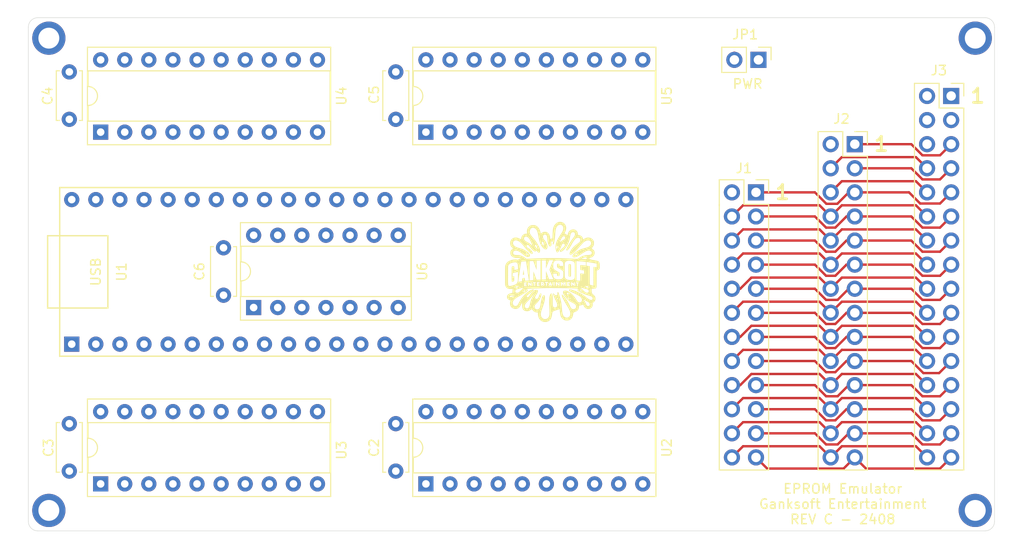
<source format=kicad_pcb>
(kicad_pcb (version 20240108) (generator "pcbnew") (generator_version "8.0")
  (title_block (title "EPROM Emulator") (date "2024-08-02") (rev "C") (company "Brian Peek"))
  (layers (0 "F.Cu" signal) (31 "B.Cu" signal) (34 "B.Paste" user) (35 "F.Paste" user) (36 "B.SilkS" user "B.Silkscreen") (37 "F.SilkS" user "F.Silkscreen") (38 "B.Mask" user) (39 "F.Mask" user) (44 "Edge.Cuts" user))
  (net 0 "")
  (net 1 "+5V")
  (net 2 "A17_5V")
  (net 3 "A14_5V")
  (net 4 "A13_5V")
  (net 5 "A8_5V")
  (net 6 "A9_5V")
  (net 7 "A11_5V")
  (net 8 "GND")
  (net 9 "A10_5V")
  (net 10 "D7_5V")
  (net 11 "D6_5V")
  (net 12 "D5_5V")
  (net 13 "D4_5V")
  (net 14 "D3_5V")
  (net 15 "D2_5V")
  (net 16 "D1_5V")
  (net 17 "D0_5V")
  (net 18 "A0_5V")
  (net 19 "A1_5V")
  (net 20 "A2_5V")
  (net 21 "A3_5V")
  (net 22 "A4_5V")
  (net 23 "A5_5V")
  (net 24 "A6_5V")
  (net 25 "A7_5V")
  (net 26 "A12_5V")
  (net 27 "A15_5V")
  (net 28 "A16_5V")
  (net 29 "A1_3V3")
  (net 30 "A16_3V3")
  (net 31 "A17_3V3")
  (net 32 "A0_3V3")
  (net 33 "+3V3")
  (net 34 "D1_3V3")
  (net 35 "D6_3V3")
  (net 36 "A14_3V3")
  (net 37 "A15_3V3")
  (net 38 "A6_3V3")
  (net 39 "A7_3V3")
  (net 40 "D2_3V3")
  (net 41 "D0_3V3")
  (net 42 "D5_3V3")
  (net 43 "D7_3V3")
  (net 44 "D4_3V3")
  (net 45 "D3_3V3")
  (net 46 "A4_3V3")
  (net 47 "A5_3V3")
  (net 48 "A9_3V3")
  (net 49 "A8_3V3")
  (net 50 "A3_3V3")
  (net 51 "A2_3V3")
  (net 52 "A12_3V3")
  (net 53 "A13_3V3")
  (net 54 "A10_3V3")
  (net 55 "A11_3V3")
  (net 56 "OE_5V")
  (net 57 "CE_5V")
  (net 69 "A19_5V")
  (net 70 "A19_3V3")
  (net 75 "A18_5V")
  (net 76 "A18_3V3")
  (net 79 "Net-(U2-CE)")
  (net 91 "Net-(J1-Pin_24)")
  (footprint "Capacitor_THT:C_Disc_D5.0mm_W2.5mm_P5.00mm" (layer "F.Cu") (at 109.728 113.284 -90)
    (property "Reference" "C3" (at 2.54 2.192 90) (layer "F.SilkS"))
    (property "Value" "0.1uf")
    (pad "1" thru_hole circle (at 0 0 270) (size 1.6 1.6) (drill 0.8) (layers "*.Cu" "*.Mask") (net 33 "+3V3"))
    (pad "2" thru_hole circle (at 5 0 270) (size 1.6 1.6) (drill 0.8) (layers "*.Cu" "*.Mask") (net 8 "GND"))
  )
  (footprint "Capacitor_THT:C_Disc_D5.0mm_W2.5mm_P5.00mm" (layer "F.Cu") (at 109.728 76.2 -90)
    (property "Reference" "C4" (at 2.54 2.286 90) (layer "F.SilkS"))
    (property "Value" "0.1uf")
    (pad "1" thru_hole circle (at 0 0 270) (size 1.6 1.6) (drill 0.8) (layers "*.Cu" "*.Mask") (net 33 "+3V3"))
    (pad "2" thru_hole circle (at 5 0 270) (size 1.6 1.6) (drill 0.8) (layers "*.Cu" "*.Mask") (net 8 "GND"))
  )
  (footprint "teensy:Teensy41" (layer "F.Cu") (at 139.192 97.282)
    (property "Reference" "U1" (at -23.9446 0 90) (layer "F.SilkS"))
    (property "Value" "Teensy4.1")
    (fp_text user "USB" (at -26.67 0 90) (layer "F.SilkS"))
    (pad "1" thru_hole rect (at -29.21 7.62) (size 1.6 1.6) (drill 0.8) (layers "*.Cu" "*.Mask") (net 8 "GND"))
    (pad "2" thru_hole circle (at -26.67 7.62) (size 1.6 1.6) (drill 0.8) (layers "*.Cu" "*.Mask"))
    (pad "3" thru_hole circle (at -24.13 7.62) (size 1.6 1.6) (drill 0.8) (layers "*.Cu" "*.Mask"))
    (pad "4" thru_hole circle (at -21.59 7.62) (size 1.6 1.6) (drill 0.8) (layers "*.Cu" "*.Mask") (net 30 "A16_3V3"))
    (pad "5" thru_hole circle (at -19.05 7.62) (size 1.6 1.6) (drill 0.8) (layers "*.Cu" "*.Mask") (net 31 "A17_3V3"))
    (pad "6" thru_hole circle (at -16.51 7.62) (size 1.6 1.6) (drill 0.8) (layers "*.Cu" "*.Mask") (net 76 "A18_3V3"))
    (pad "7" thru_hole circle (at -13.97 7.62) (size 1.6 1.6) (drill 0.8) (layers "*.Cu" "*.Mask"))
    (pad "8" thru_hole circle (at -11.43 7.62) (size 1.6 1.6) (drill 0.8) (layers "*.Cu" "*.Mask"))
    (pad "9" thru_hole circle (at -8.89 7.62) (size 1.6 1.6) (drill 0.8) (layers "*.Cu" "*.Mask") (net 42 "D5_3V3"))
    (pad "10" thru_hole circle (at -6.35 7.62) (size 1.6 1.6) (drill 0.8) (layers "*.Cu" "*.Mask") (net 44 "D4_3V3"))
    (pad "11" thru_hole circle (at -3.81 7.62) (size 1.6 1.6) (drill 0.8) (layers "*.Cu" "*.Mask"))
    (pad "12" thru_hole circle (at -1.27 7.62) (size 1.6 1.6) (drill 0.8) (layers "*.Cu" "*.Mask") (net 41 "D0_3V3"))
    (pad "13" thru_hole circle (at 1.27 7.62) (size 1.6 1.6) (drill 0.8) (layers "*.Cu" "*.Mask") (net 40 "D2_3V3"))
    (pad "14" thru_hole circle (at 3.81 7.62) (size 1.6 1.6) (drill 0.8) (layers "*.Cu" "*.Mask") (net 34 "D1_3V3"))
    (pad "15" thru_hole circle (at 6.35 7.62) (size 1.6 1.6) (drill 0.8) (layers "*.Cu" "*.Mask") (net 33 "+3V3"))
    (pad "16" thru_hole circle (at 8.89 7.62) (size 1.6 1.6) (drill 0.8) (layers "*.Cu" "*.Mask"))
    (pad "17" thru_hole circle (at 11.43 7.62) (size 1.6 1.6) (drill 0.8) (layers "*.Cu" "*.Mask"))
    (pad "18" thru_hole circle (at 13.97 7.62) (size 1.6 1.6) (drill 0.8) (layers "*.Cu" "*.Mask") (net 36 "A14_3V3"))
    (pad "19" thru_hole circle (at 16.51 7.62) (size 1.6 1.6) (drill 0.8) (layers "*.Cu" "*.Mask") (net 37 "A15_3V3"))
    (pad "20" thru_hole circle (at 19.05 7.62) (size 1.6 1.6) (drill 0.8) (layers "*.Cu" "*.Mask"))
    (pad "21" thru_hole circle (at 21.59 7.62) (size 1.6 1.6) (drill 0.8) (layers "*.Cu" "*.Mask"))
    (pad "22" thru_hole circle (at 24.13 7.62) (size 1.6 1.6) (drill 0.8) (layers "*.Cu" "*.Mask"))
    (pad "23" thru_hole circle (at 26.67 7.62) (size 1.6 1.6) (drill 0.8) (layers "*.Cu" "*.Mask"))
    (pad "24" thru_hole circle (at 29.21 7.62) (size 1.6 1.6) (drill 0.8) (layers "*.Cu" "*.Mask"))
    (pad "25" thru_hole circle (at 29.21 -7.62) (size 1.6 1.6) (drill 0.8) (layers "*.Cu" "*.Mask") (net 70 "A19_3V3"))
    (pad "26" thru_hole circle (at 26.67 -7.62) (size 1.6 1.6) (drill 0.8) (layers "*.Cu" "*.Mask"))
    (pad "27" thru_hole circle (at 24.13 -7.62) (size 1.6 1.6) (drill 0.8) (layers "*.Cu" "*.Mask"))
    (pad "28" thru_hole circle (at 21.59 -7.62) (size 1.6 1.6) (drill 0.8) (layers "*.Cu" "*.Mask") (net 35 "D6_3V3"))
    (pad "29" thru_hole circle (at 19.05 -7.62) (size 1.6 1.6) (drill 0.8) (layers "*.Cu" "*.Mask") (net 43 "D7_3V3"))
    (pad "30" thru_hole circle (at 16.51 -7.62) (size 1.6 1.6) (drill 0.8) (layers "*.Cu" "*.Mask") (net 52 "A12_3V3"))
    (pad "31" thru_hole circle (at 13.97 -7.62) (size 1.6 1.6) (drill 0.8) (layers "*.Cu" "*.Mask") (net 53 "A13_3V3"))
    (pad "32" thru_hole circle (at 11.43 -7.62) (size 1.6 1.6) (drill 0.8) (layers "*.Cu" "*.Mask") (net 46 "A4_3V3"))
    (pad "33" thru_hole circle (at 8.89 -7.62) (size 1.6 1.6) (drill 0.8) (layers "*.Cu" "*.Mask") (net 47 "A5_3V3"))
    (pad "34" thru_hole circle (at 6.35 -7.62) (size 1.6 1.6) (drill 0.8) (layers "*.Cu" "*.Mask"))
    (pad "35" thru_hole circle (at 3.81 -7.62) (size 1.6 1.6) (drill 0.8) (layers "*.Cu" "*.Mask") (net 45 "D3_3V3"))
    (pad "36" thru_hole circle (at 1.27 -7.62) (size 1.6 1.6) (drill 0.8) (layers "*.Cu" "*.Mask") (net 51 "A2_3V3"))
    (pad "37" thru_hole circle (at -1.27 -7.62) (size 1.6 1.6) (drill 0.8) (layers "*.Cu" "*.Mask") (net 50 "A3_3V3"))
    (pad "38" thru_hole circle (at -3.81 -7.62) (size 1.6 1.6) (drill 0.8) (layers "*.Cu" "*.Mask") (net 39 "A7_3V3"))
    (pad "39" thru_hole circle (at -6.35 -7.62) (size 1.6 1.6) (drill 0.8) (layers "*.Cu" "*.Mask") (net 38 "A6_3V3"))
    (pad "40" thru_hole circle (at -8.89 -7.62) (size 1.6 1.6) (drill 0.8) (layers "*.Cu" "*.Mask") (net 29 "A1_3V3"))
    (pad "41" thru_hole circle (at -11.43 -7.62) (size 1.6 1.6) (drill 0.8) (layers "*.Cu" "*.Mask") (net 32 "A0_3V3"))
    (pad "42" thru_hole circle (at -13.97 -7.62) (size 1.6 1.6) (drill 0.8) (layers "*.Cu" "*.Mask") (net 54 "A10_3V3"))
    (pad "43" thru_hole circle (at -16.51 -7.62) (size 1.6 1.6) (drill 0.8) (layers "*.Cu" "*.Mask") (net 55 "A11_3V3"))
    (pad "44" thru_hole circle (at -19.05 -7.62) (size 1.6 1.6) (drill 0.8) (layers "*.Cu" "*.Mask") (net 49 "A8_3V3"))
    (pad "45" thru_hole circle (at -21.59 -7.62) (size 1.6 1.6) (drill 0.8) (layers "*.Cu" "*.Mask") (net 48 "A9_3V3"))
    (pad "46" thru_hole circle (at -24.13 -7.62) (size 1.6 1.6) (drill 0.8) (layers "*.Cu" "*.Mask"))
    (pad "47" thru_hole circle (at -26.67 -7.62) (size 1.6 1.6) (drill 0.8) (layers "*.Cu" "*.Mask"))
    (pad "48" thru_hole circle (at -29.21 -7.62) (size 1.6 1.6) (drill 0.8) (layers "*.Cu" "*.Mask") (net 1 "+5V"))
  )
  (footprint "Capacitor_THT:C_Disc_D5.0mm_W2.5mm_P5.00mm" (layer "F.Cu") (at 144.145 76.2 -90)
    (property "Reference" "C5" (at 2.413 2.286 90) (layer "F.SilkS"))
    (property "Value" "0.1uf")
    (pad "1" thru_hole circle (at 0 0 270) (size 1.6 1.6) (drill 0.8) (layers "*.Cu" "*.Mask") (net 33 "+3V3"))
    (pad "2" thru_hole circle (at 5 0 270) (size 1.6 1.6) (drill 0.8) (layers "*.Cu" "*.Mask") (net 8 "GND"))
  )
  (footprint "Package_DIP:DIP-20_W7.62mm_Socket" (layer "F.Cu") (at 113.03 119.634 90)
    (property "Reference" "U3" (at 3.556 25.4 90) (layer "F.SilkS"))
    (property "Value" "74HC245")
    (pad "1" thru_hole rect (at 0 0 90) (size 1.6 1.6) (drill 0.8) (layers "*.Cu" "*.Mask") (net 33 "+3V3"))
    (pad "2" thru_hole oval (at 0 2.54 90) (size 1.6 1.6) (drill 0.8) (layers "*.Cu" "*.Mask") (net 28 "A16_5V"))
    (pad "3" thru_hole oval (at 0 5.08 90) (size 1.6 1.6) (drill 0.8) (layers "*.Cu" "*.Mask") (net 2 "A17_5V"))
    (pad "4" thru_hole oval (at 0 7.62 90) (size 1.6 1.6) (drill 0.8) (layers "*.Cu" "*.Mask") (net 75 "A18_5V"))
    (pad "5" thru_hole oval (at 0 10.16 90) (size 1.6 1.6) (drill 0.8) (layers "*.Cu" "*.Mask") (net 3 "A14_5V"))
    (pad "6" thru_hole oval (at 0 12.7 90) (size 1.6 1.6) (drill 0.8) (layers "*.Cu" "*.Mask") (net 27 "A15_5V"))
    (pad "7" thru_hole oval (at 0 15.24 90) (size 1.6 1.6) (drill 0.8) (layers "*.Cu" "*.Mask"))
    (pad "8" thru_hole oval (at 0 17.78 90) (size 1.6 1.6) (drill 0.8) (layers "*.Cu" "*.Mask"))
    (pad "9" thru_hole oval (at 0 20.32 90) (size 1.6 1.6) (drill 0.8) (layers "*.Cu" "*.Mask"))
    (pad "10" thru_hole oval (at 0 22.86 90) (size 1.6 1.6) (drill 0.8) (layers "*.Cu" "*.Mask") (net 8 "GND"))
    (pad "11" thru_hole oval (at 7.62 22.86 90) (size 1.6 1.6) (drill 0.8) (layers "*.Cu" "*.Mask"))
    (pad "12" thru_hole oval (at 7.62 20.32 90) (size 1.6 1.6) (drill 0.8) (layers "*.Cu" "*.Mask"))
    (pad "13" thru_hole oval (at 7.62 17.78 90) (size 1.6 1.6) (drill 0.8) (layers "*.Cu" "*.Mask"))
    (pad "14" thru_hole oval (at 7.62 15.24 90) (size 1.6 1.6) (drill 0.8) (layers "*.Cu" "*.Mask") (net 37 "A15_3V3"))
    (pad "15" thru_hole oval (at 7.62 12.7 90) (size 1.6 1.6) (drill 0.8) (layers "*.Cu" "*.Mask") (net 36 "A14_3V3"))
    (pad "16" thru_hole oval (at 7.62 10.16 90) (size 1.6 1.6) (drill 0.8) (layers "*.Cu" "*.Mask") (net 76 "A18_3V3"))
    (pad "17" thru_hole oval (at 7.62 7.62 90) (size 1.6 1.6) (drill 0.8) (layers "*.Cu" "*.Mask") (net 31 "A17_3V3"))
    (pad "18" thru_hole oval (at 7.62 5.08 90) (size 1.6 1.6) (drill 0.8) (layers "*.Cu" "*.Mask") (net 30 "A16_3V3"))
    (pad "19" thru_hole oval (at 7.62 2.54 90) (size 1.6 1.6) (drill 0.8) (layers "*.Cu" "*.Mask") (net 8 "GND"))
    (pad "20" thru_hole oval (at 7.62 0 90) (size 1.6 1.6) (drill 0.8) (layers "*.Cu" "*.Mask") (net 33 "+3V3"))
  )
  (footprint "Capacitor_THT:C_Disc_D5.0mm_W2.5mm_P5.00mm" (layer "F.Cu") (at 144.145 113.284 -90)
    (property "Reference" "C2" (at 2.54 2.286 90) (layer "F.SilkS"))
    (property "Value" "0.1uf")
    (pad "1" thru_hole circle (at 0 0 270) (size 1.6 1.6) (drill 0.8) (layers "*.Cu" "*.Mask") (net 1 "+5V"))
    (pad "2" thru_hole circle (at 5 0 270) (size 1.6 1.6) (drill 0.8) (layers "*.Cu" "*.Mask") (net 8 "GND"))
  )
  (footprint "Connector_PinHeader_2.54mm:PinHeader_2x16_P2.54mm_Vertical" (layer "F.Cu") (at 200.152 78.74)
    (property "Reference" "J3" (at 1.249 -2.688 0) (layer "F.SilkS"))
    (property "Value" "EPROM Connector")
    (pad "1" thru_hole rect (at 2.54 0) (size 1.7 1.7) (drill 1) (layers "*.Cu" "*.Mask") (net 69 "A19_5V"))
    (pad "2" thru_hole oval (at 2.54 2.54) (size 1.7 1.7) (drill 1) (layers "*.Cu" "*.Mask") (net 28 "A16_5V"))
    (pad "3" thru_hole oval (at 2.54 5.08) (size 1.7 1.7) (drill 1) (layers "*.Cu" "*.Mask") (net 27 "A15_5V"))
    (pad "4" thru_hole oval (at 2.54 7.62) (size 1.7 1.7) (drill 1) (layers "*.Cu" "*.Mask") (net 26 "A12_5V"))
    (pad "5" thru_hole oval (at 2.54 10.16) (size 1.7 1.7) (drill 1) (layers "*.Cu" "*.Mask") (net 25 "A7_5V"))
    (pad "6" thru_hole oval (at 2.54 12.7) (size 1.7 1.7) (drill 1) (layers "*.Cu" "*.Mask") (net 24 "A6_5V"))
    (pad "7" thru_hole oval (at 2.54 15.24) (size 1.7 1.7) (drill 1) (layers "*.Cu" "*.Mask") (net 23 "A5_5V"))
    (pad "8" thru_hole oval (at 2.54 17.78) (size 1.7 1.7) (drill 1) (layers "*.Cu" "*.Mask") (net 22 "A4_5V"))
    (pad "9" thru_hole oval (at 2.54 20.32) (size 1.7 1.7) (drill 1) (layers "*.Cu" "*.Mask") (net 21 "A3_5V"))
    (pad "10" thru_hole oval (at 2.54 22.86) (size 1.7 1.7) (drill 1) (layers "*.Cu" "*.Mask") (net 20 "A2_5V"))
    (pad "11" thru_hole oval (at 2.54 25.4) (size 1.7 1.7) (drill 1) (layers "*.Cu" "*.Mask") (net 19 "A1_5V"))
    (pad "12" thru_hole oval (at 2.54 27.94) (size 1.7 1.7) (drill 1) (layers "*.Cu" "*.Mask") (net 18 "A0_5V"))
    (pad "13" thru_hole oval (at 2.54 30.48) (size 1.7 1.7) (drill 1) (layers "*.Cu" "*.Mask") (net 17 "D0_5V"))
    (pad "14" thru_hole oval (at 2.54 33.02) (size 1.7 1.7) (drill 1) (layers "*.Cu" "*.Mask") (net 16 "D1_5V"))
    (pad "15" thru_hole oval (at 2.54 35.56) (size 1.7 1.7) (drill 1) (layers "*.Cu" "*.Mask") (net 15 "D2_5V"))
    (pad "16" thru_hole oval (at 2.54 38.1) (size 1.7 1.7) (drill 1) (layers "*.Cu" "*.Mask") (net 8 "GND"))
    (pad "17" thru_hole oval (at 0 38.1) (size 1.7 1.7) (drill 1) (layers "*.Cu" "*.Mask") (net 14 "D3_5V"))
    (pad "18" thru_hole oval (at 0 35.56) (size 1.7 1.7) (drill 1) (layers "*.Cu" "*.Mask") (net 13 "D4_5V"))
    (pad "19" thru_hole oval (at 0 33.02) (size 1.7 1.7) (drill 1) (layers "*.Cu" "*.Mask") (net 12 "D5_5V"))
    (pad "20" thru_hole oval (at 0 30.48) (size 1.7 1.7) (drill 1) (layers "*.Cu" "*.Mask") (net 11 "D6_5V"))
    (pad "21" thru_hole oval (at 0 27.94) (size 1.7 1.7) (drill 1) (layers "*.Cu" "*.Mask") (net 10 "D7_5V"))
    (pad "22" thru_hole oval (at 0 25.4) (size 1.7 1.7) (drill 1) (layers "*.Cu" "*.Mask") (net 57 "CE_5V"))
    (pad "23" thru_hole oval (at 0 22.86) (size 1.7 1.7) (drill 1) (layers "*.Cu" "*.Mask") (net 9 "A10_5V"))
    (pad "24" thru_hole oval (at 0 20.32) (size 1.7 1.7) (drill 1) (layers "*.Cu" "*.Mask") (net 56 "OE_5V"))
    (pad "25" thru_hole oval (at 0 17.78) (size 1.7 1.7) (drill 1) (layers "*.Cu" "*.Mask") (net 7 "A11_5V"))
    (pad "26" thru_hole oval (at 0 15.24) (size 1.7 1.7) (drill 1) (layers "*.Cu" "*.Mask") (net 6 "A9_5V"))
    (pad "27" thru_hole oval (at 0 12.7) (size 1.7 1.7) (drill 1) (layers "*.Cu" "*.Mask") (net 5 "A8_5V"))
    (pad "28" thru_hole oval (at 0 10.16) (size 1.7 1.7) (drill 1) (layers "*.Cu" "*.Mask") (net 4 "A13_5V"))
    (pad "29" thru_hole oval (at 0 7.62) (size 1.7 1.7) (drill 1) (layers "*.Cu" "*.Mask") (net 3 "A14_5V"))
    (pad "30" thru_hole oval (at 0 5.08) (size 1.7 1.7) (drill 1) (layers "*.Cu" "*.Mask") (net 2 "A17_5V"))
    (pad "31" thru_hole oval (at 0 2.54) (size 1.7 1.7) (drill 1) (layers "*.Cu" "*.Mask") (net 75 "A18_5V"))
    (pad "32" thru_hole oval (at 0 0) (size 1.7 1.7) (drill 1) (layers "*.Cu" "*.Mask") (net 91 "Net-(J1-Pin_24)"))
  )
  (footprint "Package_DIP:DIP-20_W7.62mm_Socket" (layer "F.Cu") (at 113.03 82.55 90)
    (property "Reference" "U4" (at 3.81 25.4 90) (layer "F.SilkS"))
    (property "Value" "74HC245")
    (pad "1" thru_hole rect (at 0 0 90) (size 1.6 1.6) (drill 0.8) (layers "*.Cu" "*.Mask") (net 8 "GND"))
    (pad "2" thru_hole oval (at 0 2.54 90) (size 1.6 1.6) (drill 0.8) (layers "*.Cu" "*.Mask") (net 48 "A9_3V3"))
    (pad "3" thru_hole oval (at 0 5.08 90) (size 1.6 1.6) (drill 0.8) (layers "*.Cu" "*.Mask") (net 49 "A8_3V3"))
    (pad "4" thru_hole oval (at 0 7.62 90) (size 1.6 1.6) (drill 0.8) (layers "*.Cu" "*.Mask") (net 55 "A11_3V3"))
    (pad "5" thru_hole oval (at 0 10.16 90) (size 1.6 1.6) (drill 0.8) (layers "*.Cu" "*.Mask") (net 54 "A10_3V3"))
    (pad "6" thru_hole oval (at 0 12.7 90) (size 1.6 1.6) (drill 0.8) (layers "*.Cu" "*.Mask") (net 32 "A0_3V3"))
    (pad "7" thru_hole oval (at 0 15.24 90) (size 1.6 1.6) (drill 0.8) (layers "*.Cu" "*.Mask") (net 29 "A1_3V3"))
    (pad "8" thru_hole oval (at 0 17.78 90) (size 1.6 1.6) (drill 0.8) (layers "*.Cu" "*.Mask") (net 38 "A6_3V3"))
    (pad "9" thru_hole oval (at 0 20.32 90) (size 1.6 1.6) (drill 0.8) (layers "*.Cu" "*.Mask") (net 39 "A7_3V3"))
    (pad "10" thru_hole oval (at 0 22.86 90) (size 1.6 1.6) (drill 0.8) (layers "*.Cu" "*.Mask") (net 8 "GND"))
    (pad "11" thru_hole oval (at 7.62 22.86 90) (size 1.6 1.6) (drill 0.8) (layers "*.Cu" "*.Mask") (net 25 "A7_5V"))
    (pad "12" thru_hole oval (at 7.62 20.32 90) (size 1.6 1.6) (drill 0.8) (layers "*.Cu" "*.Mask") (net 24 "A6_5V"))
    (pad "13" thru_hole oval (at 7.62 17.78 90) (size 1.6 1.6) (drill 0.8) (layers "*.Cu" "*.Mask") (net 19 "A1_5V"))
    (pad "14" thru_hole oval (at 7.62 15.24 90) (size 1.6 1.6) (drill 0.8) (layers "*.Cu" "*.Mask") (net 18 "A0_5V"))
    (pad "15" thru_hole oval (at 7.62 12.7 90) (size 1.6 1.6) (drill 0.8) (layers "*.Cu" "*.Mask") (net 9 "A10_5V"))
    (pad "16" thru_hole oval (at 7.62 10.16 90) (size 1.6 1.6) (drill 0.8) (layers "*.Cu" "*.Mask") (net 7 "A11_5V"))
    (pad "17" thru_hole oval (at 7.62 7.62 90) (size 1.6 1.6) (drill 0.8) (layers "*.Cu" "*.Mask") (net 5 "A8_5V"))
    (pad "18" thru_hole oval (at 7.62 5.08 90) (size 1.6 1.6) (drill 0.8) (layers "*.Cu" "*.Mask") (net 6 "A9_5V"))
    (pad "19" thru_hole oval (at 7.62 2.54 90) (size 1.6 1.6) (drill 0.8) (layers "*.Cu" "*.Mask") (net 8 "GND"))
    (pad "20" thru_hole oval (at 7.62 0 90) (size 1.6 1.6) (drill 0.8) (layers "*.Cu" "*.Mask") (net 33 "+3V3"))
  )
  (footprint "Package_DIP:DIP-20_W7.62mm_Socket" (layer "F.Cu") (at 147.32 82.55 90)
    (property "Reference" "U5" (at 3.81 25.4 90) (layer "F.SilkS"))
    (property "Value" "74HC245")
    (pad "1" thru_hole rect (at 0 0 90) (size 1.6 1.6) (drill 0.8) (layers "*.Cu" "*.Mask") (net 8 "GND"))
    (pad "2" thru_hole oval (at 0 2.54 90) (size 1.6 1.6) (drill 0.8) (layers "*.Cu" "*.Mask") (net 50 "A3_3V3"))
    (pad "3" thru_hole oval (at 0 5.08 90) (size 1.6 1.6) (drill 0.8) (layers "*.Cu" "*.Mask") (net 51 "A2_3V3"))
    (pad "4" thru_hole oval (at 0 7.62 90) (size 1.6 1.6) (drill 0.8) (layers "*.Cu" "*.Mask") (net 47 "A5_3V3"))
    (pad "5" thru_hole oval (at 0 10.16 90) (size 1.6 1.6) (drill 0.8) (layers "*.Cu" "*.Mask") (net 46 "A4_3V3"))
    (pad "6" thru_hole oval (at 0 12.7 90) (size 1.6 1.6) (drill 0.8) (layers "*.Cu" "*.Mask") (net 53 "A13_3V3"))
    (pad "7" thru_hole oval (at 0 15.24 90) (size 1.6 1.6) (drill 0.8) (layers "*.Cu" "*.Mask") (net 52 "A12_3V3"))
    (pad "8" thru_hole oval (at 0 17.78 90) (size 1.6 1.6) (drill 0.8) (layers "*.Cu" "*.Mask") (net 70 "A19_3V3"))
    (pad "9" thru_hole oval (at 0 20.32 90) (size 1.6 1.6) (drill 0.8) (layers "*.Cu" "*.Mask"))
    (pad "10" thru_hole oval (at 0 22.86 90) (size 1.6 1.6) (drill 0.8) (layers "*.Cu" "*.Mask") (net 8 "GND"))
    (pad "11" thru_hole oval (at 7.62 22.86 90) (size 1.6 1.6) (drill 0.8) (layers "*.Cu" "*.Mask"))
    (pad "12" thru_hole oval (at 7.62 20.32 90) (size 1.6 1.6) (drill 0.8) (layers "*.Cu" "*.Mask") (net 69 "A19_5V"))
    (pad "13" thru_hole oval (at 7.62 17.78 90) (size 1.6 1.6) (drill 0.8) (layers "*.Cu" "*.Mask") (net 26 "A12_5V"))
    (pad "14" thru_hole oval (at 7.62 15.24 90) (size 1.6 1.6) (drill 0.8) (layers "*.Cu" "*.Mask") (net 4 "A13_5V"))
    (pad "15" thru_hole oval (at 7.62 12.7 90) (size 1.6 1.6) (drill 0.8) (layers "*.Cu" "*.Mask") (net 22 "A4_5V"))
    (pad "16" thru_hole oval (at 7.62 10.16 90) (size 1.6 1.6) (drill 0.8) (layers "*.Cu" "*.Mask") (net 23 "A5_5V"))
    (pad "17" thru_hole oval (at 7.62 7.62 90) (size 1.6 1.6) (drill 0.8) (layers "*.Cu" "*.Mask") (net 20 "A2_5V"))
    (pad "18" thru_hole oval (at 7.62 5.08 90) (size 1.6 1.6) (drill 0.8) (layers "*.Cu" "*.Mask") (net 21 "A3_5V"))
    (pad "19" thru_hole oval (at 7.62 2.54 90) (size 1.6 1.6) (drill 0.8) (layers "*.Cu" "*.Mask") (net 8 "GND"))
    (pad "20" thru_hole oval (at 7.62 0 90) (size 1.6 1.6) (drill 0.8) (layers "*.Cu" "*.Mask") (net 33 "+3V3"))
  )
  (footprint "Package_DIP:DIP-20_W7.62mm_Socket" (layer "F.Cu") (at 147.32 119.634 90)
    (property "Reference" "U2" (at 3.81 25.4 90) (layer "F.SilkS"))
    (property "Value" "74HC245")
    (pad "1" thru_hole rect (at 0 0 90) (size 1.6 1.6) (drill 0.8) (layers "*.Cu" "*.Mask") (net 8 "GND"))
    (pad "2" thru_hole oval (at 0 2.54 90) (size 1.6 1.6) (drill 0.8) (layers "*.Cu" "*.Mask") (net 12 "D5_5V"))
    (pad "3" thru_hole oval (at 0 5.08 90) (size 1.6 1.6) (drill 0.8) (layers "*.Cu" "*.Mask") (net 13 "D4_5V"))
    (pad "4" thru_hole oval (at 0 7.62 90) (size 1.6 1.6) (drill 0.8) (layers "*.Cu" "*.Mask") (net 17 "D0_5V"))
    (pad "5" thru_hole oval (at 0 10.16 90) (size 1.6 1.6) (drill 0.8) (layers "*.Cu" "*.Mask") (net 15 "D2_5V"))
    (pad "6" thru_hole oval (at 0 12.7 90) (size 1.6 1.6) (drill 0.8) (layers "*.Cu" "*.Mask") (net 16 "D1_5V"))
    (pad "7" thru_hole oval (at 0 15.24 90) (size 1.6 1.6) (drill 0.8) (layers "*.Cu" "*.Mask") (net 14 "D3_5V"))
    (pad "8" thru_hole oval (at 0 17.78 90) (size 1.6 1.6) (drill 0.8) (layers "*.Cu" "*.Mask") (net 10 "D7_5V"))
    (pad "9" thru_hole oval (at 0 20.32 90) (size 1.6 1.6) (drill 0.8) (layers "*.Cu" "*.Mask") (net 11 "D6_5V"))
    (pad "10" thru_hole oval (at 0 22.86 90) (size 1.6 1.6) (drill 0.8) (layers "*.Cu" "*.Mask") (net 8 "GND"))
    (pad "11" thru_hole oval (at 7.62 22.86 90) (size 1.6 1.6) (drill 0.8) (layers "*.Cu" "*.Mask") (net 35 "D6_3V3"))
    (pad "12" thru_hole oval (at 7.62 20.32 90) (size 1.6 1.6) (drill 0.8) (layers "*.Cu" "*.Mask") (net 43 "D7_3V3"))
    (pad "13" thru_hole oval (at 7.62 17.78 90) (size 1.6 1.6) (drill 0.8) (layers "*.Cu" "*.Mask") (net 45 "D3_3V3"))
    (pad "14" thru_hole oval (at 7.62 15.24 90) (size 1.6 1.6) (drill 0.8) (layers "*.Cu" "*.Mask") (net 34 "D1_3V3"))
    (pad "15" thru_hole oval (at 7.62 12.7 90) (size 1.6 1.6) (drill 0.8) (layers "*.Cu" "*.Mask") (net 40 "D2_3V3"))
    (pad "16" thru_hole oval (at 7.62 10.16 90) (size 1.6 1.6) (drill 0.8) (layers "*.Cu" "*.Mask") (net 41 "D0_3V3"))
    (pad "17" thru_hole oval (at 7.62 7.62 90) (size 1.6 1.6) (drill 0.8) (layers "*.Cu" "*.Mask") (net 44 "D4_3V3"))
    (pad "18" thru_hole oval (at 7.62 5.08 90) (size 1.6 1.6) (drill 0.8) (layers "*.Cu" "*.Mask") (net 42 "D5_3V3"))
    (pad "19" thru_hole oval (at 7.62 2.54 90) (size 1.6 1.6) (drill 0.8) (layers "*.Cu" "*.Mask") (net 79 "Net-(U2-CE)"))
    (pad "20" thru_hole oval (at 7.62 0 90) (size 1.6 1.6) (drill 0.8) (layers "*.Cu" "*.Mask") (net 1 "+5V"))
  )
  (footprint "Connector_PinHeader_2.54mm:PinHeader_2x12_P2.54mm_Vertical" (layer "F.Cu") (at 179.578 88.9)
    (property "Reference" "J1" (at 1.27 -2.54 0) (layer "F.SilkS"))
    (property "Value" "EPROM Connector")
    (pad "1" thru_hole rect (at 2.54 0) (size 1.7 1.7) (drill 1) (layers "*.Cu" "*.Mask") (net 25 "A7_5V"))
    (pad "2" thru_hole oval (at 2.54 2.54) (size 1.7 1.7) (drill 1) (layers "*.Cu" "*.Mask") (net 24 "A6_5V"))
    (pad "3" thru_hole oval (at 2.54 5.08) (size 1.7 1.7) (drill 1) (layers "*.Cu" "*.Mask") (net 23 "A5_5V"))
    (pad "4" thru_hole oval (at 2.54 7.62) (size 1.7 1.7) (drill 1) (layers "*.Cu" "*.Mask") (net 22 "A4_5V"))
    (pad "5" thru_hole oval (at 2.54 10.16) (size 1.7 1.7) (drill 1) (layers "*.Cu" "*.Mask") (net 21 "A3_5V"))
    (pad "6" thru_hole oval (at 2.54 12.7) (size 1.7 1.7) (drill 1) (layers "*.Cu" "*.Mask") (net 20 "A2_5V"))
    (pad "7" thru_hole oval (at 2.54 15.24) (size 1.7 1.7) (drill 1) (layers "*.Cu" "*.Mask") (net 19 "A1_5V"))
    (pad "8" thru_hole oval (at 2.54 17.78) (size 1.7 1.7) (drill 1) (layers "*.Cu" "*.Mask") (net 18 "A0_5V"))
    (pad "9" thru_hole oval (at 2.54 20.32) (size 1.7 1.7) (drill 1) (layers "*.Cu" "*.Mask") (net 17 "D0_5V"))
    (pad "10" thru_hole oval (at 2.54 22.86) (size 1.7 1.7) (drill 1) (layers "*.Cu" "*.Mask") (net 16 "D1_5V"))
    (pad "11" thru_hole oval (at 2.54 25.4) (size 1.7 1.7) (drill 1) (layers "*.Cu" "*.Mask") (net 15 "D2_5V"))
    (pad "12" thru_hole oval (at 2.54 27.94) (size 1.7 1.7) (drill 1) (layers "*.Cu" "*.Mask") (net 8 "GND"))
    (pad "13" thru_hole oval (at 0 27.94) (size 1.7 1.7) (drill 1) (layers "*.Cu" "*.Mask") (net 14 "D3_5V"))
    (pad "14" thru_hole oval (at 0 25.4) (size 1.7 1.7) (drill 1) (layers "*.Cu" "*.Mask") (net 13 "D4_5V"))
    (pad "15" thru_hole oval (at 0 22.86) (size 1.7 1.7) (drill 1) (layers "*.Cu" "*.Mask") (net 12 "D5_5V"))
    (pad "16" thru_hole oval (at 0 20.32) (size 1.7 1.7) (drill 1) (layers "*.Cu" "*.Mask") (net 11 "D6_5V"))
    (pad "17" thru_hole oval (at 0 17.78) (size 1.7 1.7) (drill 1) (layers "*.Cu" "*.Mask") (net 10 "D7_5V"))
    (pad "18" thru_hole oval (at 0 15.24) (size 1.7 1.7) (drill 1) (layers "*.Cu" "*.Mask") (net 57 "CE_5V"))
    (pad "19" thru_hole oval (at 0 12.7) (size 1.7 1.7) (drill 1) (layers "*.Cu" "*.Mask") (net 9 "A10_5V"))
    (pad "20" thru_hole oval (at 0 10.16) (size 1.7 1.7) (drill 1) (layers "*.Cu" "*.Mask") (net 56 "OE_5V"))
    (pad "21" thru_hole oval (at 0 7.62) (size 1.7 1.7) (drill 1) (layers "*.Cu" "*.Mask") (net 7 "A11_5V"))
    (pad "22" thru_hole oval (at 0 5.08) (size 1.7 1.7) (drill 1) (layers "*.Cu" "*.Mask") (net 6 "A9_5V"))
    (pad "23" thru_hole oval (at 0 2.54) (size 1.7 1.7) (drill 1) (layers "*.Cu" "*.Mask") (net 5 "A8_5V"))
    (pad "24" thru_hole oval (at 0 0) (size 1.7 1.7) (drill 1) (layers "*.Cu" "*.Mask") (net 91 "Net-(J1-Pin_24)"))
  )
  (footprint "MountingHole:MountingHole_2.2mm_M2_ISO7380_Pad" (layer "F.Cu") (at 107.569 122.428)
    (property "Reference" "H3" (hide yes))
    (property "Value" "MountingHole")
    (pad "1" thru_hole circle (at 0 0) (size 3.5 3.5) (drill 2.2) (layers "*.Cu" "*.Mask"))
  )
  (footprint "Package_DIP:DIP-14_W7.62mm_Socket" (layer "F.Cu") (at 129.159 101.042 90)
    (property "Reference" "U6" (at 3.81 17.78 90) (layer "F.SilkS"))
    (property "Value" "74HC32")
    (pad "1" thru_hole rect (at 0 0 90) (size 1.6 1.6) (drill 0.8) (layers "*.Cu" "*.Mask") (net 56 "OE_5V"))
    (pad "2" thru_hole oval (at 0 2.54 90) (size 1.6 1.6) (drill 0.8) (layers "*.Cu" "*.Mask") (net 57 "CE_5V"))
    (pad "3" thru_hole oval (at 0 5.08 90) (size 1.6 1.6) (drill 0.8) (layers "*.Cu" "*.Mask") (net 79 "Net-(U2-CE)"))
    (pad "4" thru_hole oval (at 0 7.62 90) (size 1.6 1.6) (drill 0.8) (layers "*.Cu" "*.Mask") (net 8 "GND"))
    (pad "5" thru_hole oval (at 0 10.16 90) (size 1.6 1.6) (drill 0.8) (layers "*.Cu" "*.Mask") (net 8 "GND"))
    (pad "6" thru_hole oval (at 0 12.7 90) (size 1.6 1.6) (drill 0.8) (layers "*.Cu" "*.Mask"))
    (pad "7" thru_hole oval (at 0 15.24 90) (size 1.6 1.6) (drill 0.8) (layers "*.Cu" "*.Mask") (net 8 "GND"))
    (pad "8" thru_hole oval (at 7.62 15.24 90) (size 1.6 1.6) (drill 0.8) (layers "*.Cu" "*.Mask"))
    (pad "9" thru_hole oval (at 7.62 12.7 90) (size 1.6 1.6) (drill 0.8) (layers "*.Cu" "*.Mask") (net 8 "GND"))
    (pad "10" thru_hole oval (at 7.62 10.16 90) (size 1.6 1.6) (drill 0.8) (layers "*.Cu" "*.Mask") (net 8 "GND"))
    (pad "11" thru_hole oval (at 7.62 7.62 90) (size 1.6 1.6) (drill 0.8) (layers "*.Cu" "*.Mask"))
    (pad "12" thru_hole oval (at 7.62 5.08 90) (size 1.6 1.6) (drill 0.8) (layers "*.Cu" "*.Mask") (net 8 "GND"))
    (pad "13" thru_hole oval (at 7.62 2.54 90) (size 1.6 1.6) (drill 0.8) (layers "*.Cu" "*.Mask") (net 8 "GND"))
    (pad "14" thru_hole oval (at 7.62 0 90) (size 1.6 1.6) (drill 0.8) (layers "*.Cu" "*.Mask") (net 1 "+5V"))
  )
  (footprint "Connector_PinHeader_2.54mm:PinHeader_2x14_P2.54mm_Vertical" (layer "F.Cu") (at 189.992 83.82)
    (property "Reference" "J2" (at 1.143 -2.667 0) (layer "F.SilkS"))
    (property "Value" "EPROM Connector")
    (pad "1" thru_hole rect (at 2.54 0) (size 1.7 1.7) (drill 1) (layers "*.Cu" "*.Mask") (net 27 "A15_5V"))
    (pad "2" thru_hole oval (at 2.54 2.54) (size 1.7 1.7) (drill 1) (layers "*.Cu" "*.Mask") (net 26 "A12_5V"))
    (pad "3" thru_hole oval (at 2.54 5.08) (size 1.7 1.7) (drill 1) (layers "*.Cu" "*.Mask") (net 25 "A7_5V"))
    (pad "4" thru_hole oval (at 2.54 7.62) (size 1.7 1.7) (drill 1) (layers "*.Cu" "*.Mask") (net 24 "A6_5V"))
    (pad "5" thru_hole oval (at 2.54 10.16) (size 1.7 1.7) (drill 1) (layers "*.Cu" "*.Mask") (net 23 "A5_5V"))
    (pad "6" thru_hole oval (at 2.54 12.7) (size 1.7 1.7) (drill 1) (layers "*.Cu" "*.Mask") (net 22 "A4_5V"))
    (pad "7" thru_hole oval (at 2.54 15.24) (size 1.7 1.7) (drill 1) (layers "*.Cu" "*.Mask") (net 21 "A3_5V"))
    (pad "8" thru_hole oval (at 2.54 17.78) (size 1.7 1.7) (drill 1) (layers "*.Cu" "*.Mask") (net 20 "A2_5V"))
    (pad "9" thru_hole oval (at 2.54 20.32) (size 1.7 1.7) (drill 1) (layers "*.Cu" "*.Mask") (net 19 "A1_5V"))
    (pad "10" thru_hole oval (at 2.54 22.86) (size 1.7 1.7) (drill 1) (layers "*.Cu" "*.Mask") (net 18 "A0_5V"))
    (pad "11" thru_hole oval (at 2.54 25.4) (size 1.7 1.7) (drill 1) (layers "*.Cu" "*.Mask") (net 17 "D0_5V"))
    (pad "12" thru_hole oval (at 2.54 27.94) (size 1.7 1.7) (drill 1) (layers "*.Cu" "*.Mask") (net 16 "D1_5V"))
    (pad "13" thru_hole oval (at 2.54 30.48) (size 1.7 1.7) (drill 1) (layers "*.Cu" "*.Mask") (net 15 "D2_5V"))
    (pad "14" thru_hole oval (at 2.54 33.02) (size 1.7 1.7) (drill 1) (layers "*.Cu" "*.Mask") (net 8 "GND"))
    (pad "15" thru_hole oval (at 0 33.02) (size 1.7 1.7) (drill 1) (layers "*.Cu" "*.Mask") (net 14 "D3_5V"))
    (pad "16" thru_hole oval (at 0 30.48) (size 1.7 1.7) (drill 1) (layers "*.Cu" "*.Mask") (net 13 "D4_5V"))
    (pad "17" thru_hole oval (at 0 27.94) (size 1.7 1.7) (drill 1) (layers "*.Cu" "*.Mask") (net 12 "D5_5V"))
    (pad "18" thru_hole oval (at 0 25.4) (size 1.7 1.7) (drill 1) (layers "*.Cu" "*.Mask") (net 11 "D6_5V"))
    (pad "19" thru_hole oval (at 0 22.86) (size 1.7 1.7) (drill 1) (layers "*.Cu" "*.Mask") (net 10 "D7_5V"))
    (pad "20" thru_hole oval (at 0 20.32) (size 1.7 1.7) (drill 1) (layers "*.Cu" "*.Mask") (net 57 "CE_5V"))
    (pad "21" thru_hole oval (at 0 17.78) (size 1.7 1.7) (drill 1) (layers "*.Cu" "*.Mask") (net 9 "A10_5V"))
    (pad "22" thru_hole oval (at 0 15.24) (size 1.7 1.7) (drill 1) (layers "*.Cu" "*.Mask") (net 56 "OE_5V"))
    (pad "23" thru_hole oval (at 0 12.7) (size 1.7 1.7) (drill 1) (layers "*.Cu" "*.Mask") (net 7 "A11_5V"))
    (pad "24" thru_hole oval (at 0 10.16) (size 1.7 1.7) (drill 1) (layers "*.Cu" "*.Mask") (net 6 "A9_5V"))
    (pad "25" thru_hole oval (at 0 7.62) (size 1.7 1.7) (drill 1) (layers "*.Cu" "*.Mask") (net 5 "A8_5V"))
    (pad "26" thru_hole oval (at 0 5.08) (size 1.7 1.7) (drill 1) (layers "*.Cu" "*.Mask") (net 4 "A13_5V"))
    (pad "27" thru_hole oval (at 0 2.54) (size 1.7 1.7) (drill 1) (layers "*.Cu" "*.Mask") (net 3 "A14_5V"))
    (pad "28" thru_hole oval (at 0 0) (size 1.7 1.7) (drill 1) (layers "*.Cu" "*.Mask") (net 91 "Net-(J1-Pin_24)"))
  )
  (footprint "Capacitor_THT:C_Disc_D5.0mm_W2.5mm_P5.00mm" (layer "F.Cu") (at 125.984 94.742 -90)
    (property "Reference" "C6" (at 2.5 2.54 90) (layer "F.SilkS"))
    (property "Value" "0.1uf")
    (pad "1" thru_hole circle (at 0 0 270) (size 1.6 1.6) (drill 0.8) (layers "*.Cu" "*.Mask") (net 1 "+5V"))
    (pad "2" thru_hole circle (at 5 0 270) (size 1.6 1.6) (drill 0.8) (layers "*.Cu" "*.Mask") (net 8 "GND"))
  )
  (footprint "MyFootprints:GanksoftLogo" (layer "F.Cu") (at 160.655 97.282)
    (property "Reference" "GanksoftLogo" (hide yes))
    (property "Value" "LOGO" (hide yes))
  )
  (footprint "MountingHole:MountingHole_2.2mm_M2_ISO7380_Pad" (layer "F.Cu") (at 205.232 72.644)
    (property "Reference" "H2" (hide yes))
    (property "Value" "MountingHole")
    (pad "1" thru_hole circle (at 0 0) (size 3.5 3.5) (drill 2.2) (layers "*.Cu" "*.Mask"))
  )
  (footprint "MountingHole:MountingHole_2.2mm_M2_ISO7380_Pad" (layer "F.Cu") (at 107.569 72.644)
    (property "Reference" "H1" (hide yes))
    (property "Value" "MountingHole")
    (pad "1" thru_hole circle (at 0 0) (size 3.5 3.5) (drill 2.2) (layers "*.Cu" "*.Mask"))
  )
  (footprint "Connector_PinHeader_2.54mm:PinHeader_1x02_P2.54mm_Vertical" (layer "F.Cu") (at 182.377 74.93 -90)
    (property "Reference" "JP1" (at -2.667 1.397 0) (layer "F.SilkS"))
    (property "Value" "PWR" (at 2.54 1.143 0) (layer "F.SilkS"))
    (pad "1" thru_hole rect (at 0 0 270) (size 1.7 1.7) (drill 1) (layers "*.Cu" "*.Mask") (net 91 "Net-(J1-Pin_24)"))
    (pad "2" thru_hole oval (at 0 2.54 270) (size 1.7 1.7) (drill 1) (layers "*.Cu" "*.Mask") (net 1 "+5V"))
  )
  (footprint "MountingHole:MountingHole_2.2mm_M2_ISO7380_Pad" (layer "F.Cu") (at 205.232 122.428)
    (property "Reference" "H4" (hide yes))
    (property "Value" "MountingHole")
    (pad "1" thru_hole circle (at 0 0) (size 3.5 3.5) (drill 2.2) (layers "*.Cu" "*.Mask"))
  )
  (gr_arc (start 206.264001 70.484873) (mid 206.976832 70.783483) (end 207.264 71.501) (stroke (width 0.05)) (layer "Edge.Cuts"))
  (gr_line (start 106.41 70.485) (end 206.264001 70.484873) (stroke (width 0.05)) (layer "Edge.Cuts"))
  (gr_arc (start 105.41 71.485) (mid 105.702893 70.777893) (end 106.41 70.485) (stroke (width 0.05)) (layer "Edge.Cuts"))
  (gr_line (start 105.41 123.587) (end 105.41 71.485) (stroke (width 0.05)) (layer "Edge.Cuts"))
  (gr_line (start 207.264 71.501) (end 207.264 123.603) (stroke (width 0.05)) (layer "Edge.Cuts"))
  (gr_arc (start 106.41 124.587) (mid 105.702893 124.294107) (end 105.41 123.587) (stroke (width 0.05)) (layer "Edge.Cuts"))
  (gr_line (start 206.280001 124.586999) (end 106.41 124.587) (stroke (width 0.05)) (layer "Edge.Cuts"))
  (gr_arc (start 207.264 123.603) (mid 206.971198 124.294197) (end 206.280001 124.586999) (stroke (width 0.05)) (layer "Edge.Cuts"))
  (gr_text "EPROM Emulator\nGanksoft Entertainment\nREV C - 2408" (at 191.262 123.952 0) (layer "F.SilkS") (effects (font (size 1 1)) (justify bottom)))
  (gr_text "1" (at 195.326 83.82 0) (layer "F.SilkS") (effects (font (size 1.5 1.5) (thickness 0.3))))
  (gr_text "1" (at 205.486 78.74 0) (layer "F.SilkS") (effects (font (size 1.5 1.5) (thickness 0.3))))
  (gr_text "1" (at 184.912 88.9 0) (layer "F.SilkS") (effects (font (size 1.5 1.5) (thickness 0.3))))
  (segment (start 179.837 74.93) (end 179.837 74.173) (width 0.25) (layer "F.Cu") (net 1))
  (segment (start 189.992 86.36) (end 191.167 85.185) (width 0.25) (layer "F.Cu") (net 3))
  (segment (start 198.977 85.185) (end 200.152 86.36) (width 0.25) (layer "F.Cu") (net 3))
  (segment (start 191.167 85.185) (end 198.977 85.185) (width 0.25) (layer "F.Cu") (net 3))
  (segment (start 191.167 87.725) (end 198.977 87.725) (width 0.25) (layer "F.Cu") (net 4))
  (segment (start 198.977 87.725) (end 200.152 88.9) (width 0.25) (layer "F.Cu") (net 4))
  (segment (start 189.992 88.9) (end 191.167 87.725) (width 0.25) (layer "F.Cu") (net 4))
  (segment (start 189.992 91.44) (end 191.167 90.265) (width 0.25) (layer "F.Cu") (net 5))
  (segment (start 180.753 90.265) (end 188.817 90.265) (width 0.25) (layer "F.Cu") (net 5))
  (segment (start 188.817 90.265) (end 189.992 91.44) (width 0.25) (layer "F.Cu") (net 5))
  (segment (start 198.977 90.265) (end 200.152 91.44) (width 0.25) (layer "F.Cu") (net 5))
  (segment (start 191.167 90.265) (end 198.977 90.265) (width 0.25) (layer "F.Cu") (net 5))
  (segment (start 179.578 91.44) (end 180.753 90.265) (width 0.25) (layer "F.Cu") (net 5))
  (segment (start 180.753 92.805) (end 188.817 92.805) (width 0.25) (layer "F.Cu") (net 6))
  (segment (start 179.578 93.98) (end 180.753 92.805) (width 0.25) (layer "F.Cu") (net 6))
  (segment (start 189.992 93.98) (end 191.167 92.805) (width 0.25) (layer "F.Cu") (net 6))
  (segment (start 188.817 92.805) (end 189.992 93.98) (width 0.25) (layer "F.Cu") (net 6))
  (segment (start 191.167 92.805) (end 198.977 92.805) (width 0.25) (layer "F.Cu") (net 6))
  (segment (start 198.977 92.805) (end 200.152 93.98) (width 0.25) (layer "F.Cu") (net 6))
  (segment (start 180.753 95.345) (end 188.817 95.345) (width 0.25) (layer "F.Cu") (net 7))
  (segment (start 191.167 95.345) (end 198.977 95.345) (width 0.25) (layer "F.Cu") (net 7))
  (segment (start 179.578 96.52) (end 180.753 95.345) (width 0.25) (layer "F.Cu") (net 7))
  (segment (start 198.977 95.345) (end 200.152 96.52) (width 0.25) (layer "F.Cu") (net 7))
  (segment (start 189.992 96.52) (end 191.167 95.345) (width 0.25) (layer "F.Cu") (net 7))
  (segment (start 188.817 95.345) (end 189.992 96.52) (width 0.25) (layer "F.Cu") (net 7))
  (segment (start 191.357 118.015) (end 192.532 116.84) (width 0.25) (layer "F.Cu") (net 8))
  (segment (start 183.293 118.015) (end 191.357 118.015) (width 0.25) (layer "F.Cu") (net 8))
  (segment (start 193.707 118.015) (end 201.517 118.015) (width 0.25) (layer "F.Cu") (net 8))
  (segment (start 201.517 118.015) (end 202.692 116.84) (width 0.25) (layer "F.Cu") (net 8))
  (segment (start 192.532 116.84) (end 193.707 118.015) (width 0.25) (layer "F.Cu") (net 8))
  (segment (start 182.118 116.84) (end 183.293 118.015) (width 0.25) (layer "F.Cu") (net 8))
  (segment (start 188.817 100.425) (end 189.992 101.6) (width 0.25) (layer "F.Cu") (net 9))
  (segment (start 191.167 100.425) (end 198.977 100.425) (width 0.25) (layer "F.Cu") (net 9))
  (segment (start 180.753 100.425) (end 188.817 100.425) (width 0.25) (layer "F.Cu") (net 9))
  (segment (start 198.977 100.425) (end 200.152 101.6) (width 0.25) (layer "F.Cu") (net 9))
  (segment (start 189.992 101.6) (end 191.167 100.425) (width 0.25) (layer "F.Cu") (net 9))
  (segment (start 179.578 101.6) (end 180.753 100.425) (width 0.25) (layer "F.Cu") (net 9))
  (segment (start 189.992 106.68) (end 191.167 105.505) (width 0.25) (layer "F.Cu") (net 10))
  (segment (start 180.753 105.505) (end 188.817 105.505) (width 0.25) (layer "F.Cu") (net 10))
  (segment (start 198.977 105.505) (end 200.152 106.68) (width 0.25) (layer "F.Cu") (net 10))
  (segment (start 191.167 105.505) (end 198.977 105.505) (width 0.25) (layer "F.Cu") (net 10))
  (segment (start 179.578 106.68) (end 180.753 105.505) (width 0.25) (layer "F.Cu") (net 10))
  (segment (start 188.817 105.505) (end 189.992 106.68) (width 0.25) (layer "F.Cu") (net 10))
  (segment (start 198.977 108.045) (end 200.152 109.22) (width 0.25) (layer "F.Cu") (net 11))
  (segment (start 180.456299 109.22) (end 181.631299 108.045) (width 0.25) (layer "F.Cu") (net 11))
  (segment (start 188.817 108.045) (end 189.992 109.22) (width 0.25) (layer "F.Cu") (net 11))
  (segment (start 179.578 109.22) (end 180.456299 109.22) (width 0.25) (layer "F.Cu") (net 11))
  (segment (start 191.167 108.045) (end 198.977 108.045) (width 0.25) (layer "F.Cu") (net 11))
  (segment (start 189.992 109.22) (end 191.167 108.045) (width 0.25) (layer "F.Cu") (net 11))
  (segment (start 181.631299 108.045) (end 188.817 108.045) (width 0.25) (layer "F.Cu") (net 11))
  (segment (start 179.578 111.76) (end 180.753 110.585) (width 0.25) (layer "F.Cu") (net 12))
  (segment (start 191.167 110.585) (end 198.977 110.585) (width 0.25) (layer "F.Cu") (net 12))
  (segment (start 189.992 111.76) (end 191.167 110.585) (width 0.25) (layer "F.Cu") (net 12))
  (segment (start 180.753 110.585) (end 188.817 110.585) (width 0.25) (layer "F.Cu") (net 12))
  (segment (start 188.817 110.585) (end 189.992 111.76) (width 0.25) (layer "F.Cu") (net 12))
  (segment (start 198.977 110.585) (end 200.152 111.76) (width 0.25) (layer "F.Cu") (net 12))
  (segment (start 198.977 113.125) (end 200.152 114.3) (width 0.25) (layer "F.Cu") (net 13))
  (segment (start 188.817 113.125) (end 189.992 114.3) (width 0.25) (layer "F.Cu") (net 13))
  (segment (start 180.753 113.125) (end 188.817 113.125) (width 0.25) (layer "F.Cu") (net 13))
  (segment (start 189.992 114.3) (end 191.167 113.125) (width 0.25) (layer "F.Cu") (net 13))
  (segment (start 179.578 114.3) (end 180.753 113.125) (width 0.25) (layer "F.Cu") (net 13))
  (segment (start 191.167 113.125) (end 198.977 113.125) (width 0.25) (layer "F.Cu") (net 13))
  (segment (start 198.977 115.665) (end 200.152 116.84) (width 0.25) (layer "F.Cu") (net 14))
  (segment (start 188.817 115.665) (end 189.992 116.84) (width 0.25) (layer "F.Cu") (net 14))
  (segment (start 179.578 116.84) (end 180.753 115.665) (width 0.25) (layer "F.Cu") (net 14))
  (segment (start 191.167 115.665) (end 198.977 115.665) (width 0.25) (layer "F.Cu") (net 14))
  (segment (start 180.753 115.665) (end 188.817 115.665) (width 0.25) (layer "F.Cu") (net 14))
  (segment (start 189.992 116.84) (end 191.167 115.665) (width 0.25) (layer "F.Cu") (net 14))
  (segment (start 199.665299 115.475) (end 201.517 115.475) (width 0.25) (layer "F.Cu") (net 15))
  (segment (start 188.330299 114.3) (end 189.505299 115.475) (width 0.25) (layer "F.Cu") (net 15))
  (segment (start 192.532 114.3) (end 198.490299 114.3) (width 0.25) (layer "F.Cu") (net 15))
  (segment (start 190.720604 115.475) (end 191.895604 114.3) (width 0.25) (layer "F.Cu") (net 15))
  (segment (start 191.895604 114.3) (end 192.532 114.3) (width 0.25) (layer "F.Cu") (net 15))
  (segment (start 198.490299 114.3) (end 199.665299 115.475) (width 0.25) (layer "F.Cu") (net 15))
  (segment (start 201.517 115.475) (end 202.692 114.3) (width 0.25) (layer "F.Cu") (net 15))
  (segment (start 189.505299 115.475) (end 190.720604 115.475) (width 0.25) (layer "F.Cu") (net 15))
  (segment (start 182.118 114.3) (end 188.330299 114.3) (width 0.25) (layer "F.Cu") (net 15))
  (segment (start 201.517 112.935) (end 202.692 111.76) (width 0.25) (layer "F.Cu") (net 16))
  (segment (start 192.532 111.76) (end 198.490299 111.76) (width 0.25) (layer "F.Cu") (net 16))
  (segment (start 188.330299 111.76) (end 189.505299 112.935) (width 0.25) (layer "F.Cu") (net 16))
  (segment (start 189.505299 112.935) (end 190.478701 112.935) (width 0.25) (layer "F.Cu") (net 16))
  (segment (start 191.653701 111.76) (end 192.532 111.76) (width 0.25) (layer "F.Cu") (net 16))
  (segment (start 190.478701 112.935) (end 191.653701 111.76) (width 0.25) (layer "F.Cu") (net 16))
  (segment (start 198.490299 111.76) (end 199.665299 112.935) (width 0.25) (layer "F.Cu") (net 16))
  (segment (start 182.118 111.76) (end 188.330299 111.76) (width 0.25) (layer "F.Cu") (net 16))
  (segment (start 199.665299 112.935) (end 201.517 112.935) (width 0.25) (layer "F.Cu") (net 16))
  (segment (start 199.665299 110.395) (end 201.517 110.395) (width 0.25) (layer "F.Cu") (net 17))
  (segment (start 198.490299 109.22) (end 199.665299 110.395) (width 0.25) (layer "F.Cu") (net 17))
  (segment (start 191.895604 109.22) (end 192.532 109.22) (width 0.25) (layer "F.Cu") (net 17))
  (segment (start 192.532 109.22) (end 198.490299 109.22) (width 0.25) (layer "F.Cu") (net 17))
  (segment (start 190.720604 110.395) (end 191.895604 109.22) (width 0.25) (layer "F.Cu") (net 17))
  (segment (start 182.118 109.22) (end 188.330299 109.22) (width 0.25) (layer "F.Cu") (net 17))
  (segment (start 188.330299 109.22) (end 189.505299 110.395) (width 0.25) (layer "F.Cu") (net 17))
  (segment (start 189.505299 110.395) (end 190.720604 110.395) (width 0.25) (layer "F.Cu") (net 17))
  (segment (start 201.517 110.395) (end 202.692 109.22) (width 0.25) (layer "F.Cu") (net 17))
  (segment (start 188.330299 106.68) (end 189.505299 107.855) (width 0.25) (layer "F.Cu") (net 18))
  (segment (start 189.505299 107.855) (end 190.478701 107.855) (width 0.25) (layer "F.Cu") (net 18))
  (segment (start 191.653701 106.68) (end 192.532 106.68) (width 0.25) (layer "F.Cu") (net 18))
  (segment (start 198.490299 106.68) (end 199.760299 107.95) (width 0.25) (layer "F.Cu") (net 18))
  (segment (start 192.532 106.68) (end 198.490299 106.68) (width 0.25) (layer "F.Cu") (net 18))
  (segment (start 190.478701 107.855) (end 191.653701 106.68) (width 0.25) (layer "F.Cu") (net 18))
  (segment (start 182.118 106.68) (end 188.330299 106.68) (width 0.25) (layer "F.Cu") (net 18))
  (segment (start 201.422 107.95) (end 202.692 106.68) (width 0.25) (layer "F.Cu") (net 18))
  (segment (start 199.760299 107.95) (end 201.422 107.95) (width 0.25) (layer "F.Cu") (net 18))
  (segment (start 188.330299 104.14) (end 189.505299 105.315) (width 0.25) (layer "F.Cu") (net 19))
  (segment (start 189.505299 105.315) (end 190.478701 105.315) (width 0.25) (layer "F.Cu") (net 19))
  (segment (start 190.478701 105.315) (end 191.653701 104.14) (width 0.25) (layer "F.Cu") (net 19))
  (segment (start 192.532 104.14) (end 198.490299 104.14) (width 0.25) (layer "F.Cu") (net 19))
  (segment (start 182.118 104.14) (end 188.330299 104.14) (width 0.25) (layer "F.Cu") (net 19))
  (segment (start 198.490299 104.14) (end 199.665299 105.315) (width 0.25) (layer "F.Cu") (net 19))
  (segment (start 199.665299 105.315) (end 201.517 105.315) (width 0.25) (layer "F.Cu") (net 19))
  (segment (start 191.653701 104.14) (end 192.532 104.14) (width 0.25) (layer "F.Cu") (net 19))
  (segment (start 201.517 105.315) (end 202.692 104.14) (width 0.25) (layer "F.Cu") (net 19))
  (segment (start 201.517 102.775) (end 202.692 101.6) (width 0.25) (layer "F.Cu") (net 20))
  (segment (start 188.330299 101.6) (end 189.505299 102.775) (width 0.25) (layer "F.Cu") (net 20))
  (segment (start 189.505299 102.775) (end 190.478701 102.775) (width 0.25) (layer "F.Cu") (net 20))
  (segment (start 191.653701 101.6) (end 192.532 101.6) (width 0.25) (layer "F.Cu") (net 20))
  (segment (start 192.532 101.6) (end 198.490299 101.6) (width 0.25) (layer "F.Cu") (net 20))
  (segment (start 190.478701 102.775) (end 191.653701 101.6) (width 0.25) (layer "F.Cu") (net 20))
  (segment (start 199.665299 102.775) (end 201.517 102.775) (width 0.25) (layer "F.Cu") (net 20))
  (segment (start 182.118 101.6) (end 188.330299 101.6) (width 0.25) (layer "F.Cu") (net 20))
  (segment (start 198.490299 101.6) (end 199.665299 102.775) (width 0.25) (layer "F.Cu") (net 20))
  (segment (start 198.490299 99.06) (end 199.665299 100.235) (width 0.25) (layer "F.Cu") (net 21))
  (segment (start 191.895604 99.06) (end 192.532 99.06) (width 0.25) (layer "F.Cu") (net 21))
  (segment (start 182.118 99.06) (end 188.330299 99.06) (width 0.25) (layer "F.Cu") (net 21))
  (segment (start 188.330299 99.06) (end 189.505299 100.235) (width 0.25) (layer "F.Cu") (net 21))
  (segment (start 201.517 100.235) (end 202.692 99.06) (width 0.25) (layer "F.Cu") (net 21))
  (segment (start 189.505299 100.235) (end 190.720604 100.235) (width 0.25) (layer "F.Cu") (net 21))
  (segment (start 190.720604 100.235) (end 191.895604 99.06) (width 0.25) (layer "F.Cu") (net 21))
  (segment (start 192.532 99.06) (end 198.490299 99.06) (width 0.25) (layer "F.Cu") (net 21))
  (segment (start 199.665299 100.235) (end 201.517 100.235) (width 0.25) (layer "F.Cu") (net 21))
  (segment (start 199.665299 97.695) (end 201.517 97.695) (width 0.25) (layer "F.Cu") (net 22))
  (segment (start 188.330299 96.52) (end 189.505299 97.695) (width 0.25) (layer "F.Cu") (net 22))
  (segment (start 198.490299 96.52) (end 199.665299 97.695) (width 0.25) (layer "F.Cu") (net 22))
  (segment (start 182.118 96.52) (end 188.330299 96.52) (width 0.25) (layer "F.Cu") (net 22))
  (segment (start 191.653701 96.52) (end 192.532 96.52) (width 0.25) (layer "F.Cu") (net 22))
  (segment (start 201.517 97.695) (end 202.692 96.52) (width 0.25) (layer "F.Cu") (net 22))
  (segment (start 190.478701 97.695) (end 191.653701 96.52) (width 0.25) (layer "F.Cu") (net 22))
  (segment (start 189.505299 97.695) (end 190.478701 97.695) (width 0.25) (layer "F.Cu") (net 22))
  (segment (start 192.532 96.52) (end 198.490299 96.52) (width 0.25) (layer "F.Cu") (net 22))
  (segment (start 198.490299 93.98) (end 199.665299 95.155) (width 0.25) (layer "F.Cu") (net 23))
  (segment (start 201.517 95.155) (end 202.692 93.98) (width 0.25) (layer "F.Cu") (net 23))
  (segment (start 191.653701 93.98) (end 192.532 93.98) (width 0.25) (layer "F.Cu") (net 23))
  (segment (start 188.330299 93.98) (end 189.505299 95.155) (width 0.25) (layer "F.Cu") (net 23))
  (segment (start 192.532 93.98) (end 198.490299 93.98) (width 0.25) (layer "F.Cu") (net 23))
  (segment (start 199.665299 95.155) (end 201.517 95.155) (width 0.25) (layer "F.Cu") (net 23))
  (segment (start 182.118 93.98) (end 188.330299 93.98) (width 0.25) (layer "F.Cu") (net 23))
  (segment (start 189.505299 95.155) (end 190.478701 95.155) (width 0.25) (layer "F.Cu") (net 23))
  (segment (start 190.478701 95.155) (end 191.653701 93.98) (width 0.25) (layer "F.Cu") (net 23))
  (segment (start 182.118 91.44) (end 188.330299 91.44) (width 0.25) (layer "F.Cu") (net 24))
  (segment (start 201.517 92.615) (end 202.692 91.44) (width 0.25) (layer "F.Cu") (net 24))
  (segment (start 198.490299 91.44) (end 199.665299 92.615) (width 0.25) (layer "F.Cu") (net 24))
  (segment (start 189.505299 92.615) (end 190.478701 92.615) (width 0.25) (layer "F.Cu") (net 24))
  (segment (start 191.653701 91.44) (end 192.532 91.44) (width 0.25) (layer "F.Cu") (net 24))
  (segment (start 192.532 91.44) (end 198.490299 91.44) (width 0.25) (layer "F.Cu") (net 24))
  (segment (start 199.665299 92.615) (end 201.517 92.615) (width 0.25) (layer "F.Cu") (net 24))
  (segment (start 188.330299 91.44) (end 189.505299 92.615) (width 0.25) (layer "F.Cu") (net 24))
  (segment (start 190.478701 92.615) (end 191.653701 91.44) (width 0.25) (layer "F.Cu") (net 24))
  (segment (start 189.536101 90.105802) (end 190.689802 90.105802) (width 0.25) (layer "F.Cu") (net 25))
  (segment (start 188.330299 88.9) (end 189.536101 90.105802) (width 0.25) (layer "F.Cu") (net 25))
  (segment (start 201.517 90.075) (end 202.692 88.9) (width 0.25) (layer "F.Cu") (net 25))
  (segment (start 191.895604 88.9) (end 192.532 88.9) (width 0.25) (layer "F.Cu") (net 25))
  (segment (start 190.689802 90.105802) (end 191.895604 88.9) (width 0.25) (layer "F.Cu") (net 25))
  (segment (start 199.423396 90.075) (end 201.517 90.075) (width 0.25) (layer "F.Cu") (net 25))
  (segment (start 192.532 88.9) (end 198.248396 88.9) (width 0.25) (layer "F.Cu") (net 25))
  (segment (start 182.118 88.9) (end 188.330299 88.9) (width 0.25) (layer "F.Cu") (net 25))
  (segment (start 198.248396 88.9) (end 199.423396 90.075) (width 0.25) (layer "F.Cu") (net 25))
  (segment (start 192.532 86.36) (end 198.490299 86.36) (width 0.25) (layer "F.Cu") (net 26))
  (segment (start 201.517 87.535) (end 202.692 86.36) (width 0.25) (layer "F.Cu") (net 26))
  (segment (start 198.490299 86.36) (end 199.665299 87.535) (width 0.25) (layer "F.Cu") (net 26))
  (segment (start 199.665299 87.535) (end 201.517 87.535) (width 0.25) (layer "F.Cu") (net 26))
  (segment (start 199.665299 84.995) (end 201.517 84.995) (width 0.25) (layer "F.Cu") (net 27))
  (segment (start 198.490299 83.82) (end 199.665299 84.995) (width 0.25) (layer "F.Cu") (net 27))
  (segment (start 192.532 83.82) (end 198.490299 83.82) (width 0.25) (layer "F.Cu") (net 27))
  (segment (start 201.517 84.995) (end 202.692 83.82) (width 0.25) (layer "F.Cu") (net 27))
  (segment (start 189.992 99.06) (end 191.167 97.885) (width 0.25) (layer "F.Cu") (net 56))
  (segment (start 191.167 97.885) (end 198.977 97.885) (width 0.25) (layer "F.Cu") (net 56))
  (segment (start 188.817 97.885) (end 189.992 99.06) (width 0.25) (layer "F.Cu") (net 56))
  (segment (start 198.977 97.885) (end 200.152 99.06) (width 0.25) (layer "F.Cu") (net 56))
  (segment (start 181.631299 97.885) (end 188.817 97.885) (width 0.25) (layer "F.Cu") (net 56))
  (segment (start 180.456299 99.06) (end 181.631299 97.885) (width 0.25) (layer "F.Cu") (net 56))
  (segment (start 179.578 99.06) (end 180.456299 99.06) (width 0.25) (layer "F.Cu") (net 56))
  (segment (start 189.992 104.14) (end 191.167 102.965) (width 0.25) (layer "F.Cu") (net 57))
  (segment (start 188.817 102.965) (end 189.992 104.14) (width 0.25) (layer "F.Cu") (net 57))
  (segment (start 181.631299 102.965) (end 188.817 102.965) (width 0.25) (layer "F.Cu") (net 57))
  (segment (start 191.167 102.965) (end 198.977 102.965) (width 0.25) (layer "F.Cu") (net 57))
  (segment (start 179.578 104.14) (end 180.456299 104.14) (width 0.25) (layer "F.Cu") (net 57))
  (segment (start 198.977 102.965) (end 200.152 104.14) (width 0.25) (layer "F.Cu") (net 57))
  (segment (start 180.456299 104.14) (end 181.631299 102.965) (width 0.25) (layer "F.Cu") (net 57))
)
</source>
